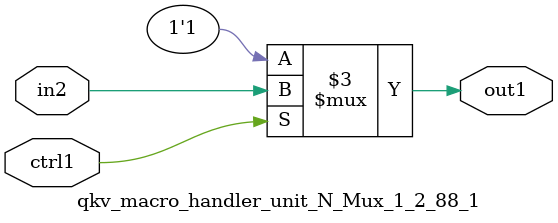
<source format=v>

`timescale 1ps / 1ps


module qkv_macro_handler_unit_N_Mux_1_2_88_1( in2, ctrl1, out1 );

    input in2;
    input ctrl1;
    output out1;
    reg out1;

    
    // rtl_process:qkv_macro_handler_unit_N_Mux_1_2_88_1/qkv_macro_handler_unit_N_Mux_1_2_88_1_thread_1
    always @*
      begin : qkv_macro_handler_unit_N_Mux_1_2_88_1_thread_1
        case (ctrl1) 
          1'b1: 
            begin
              out1 = in2;
            end
          default: 
            begin
              out1 = 1'b1;
            end
        endcase
      end

endmodule


</source>
